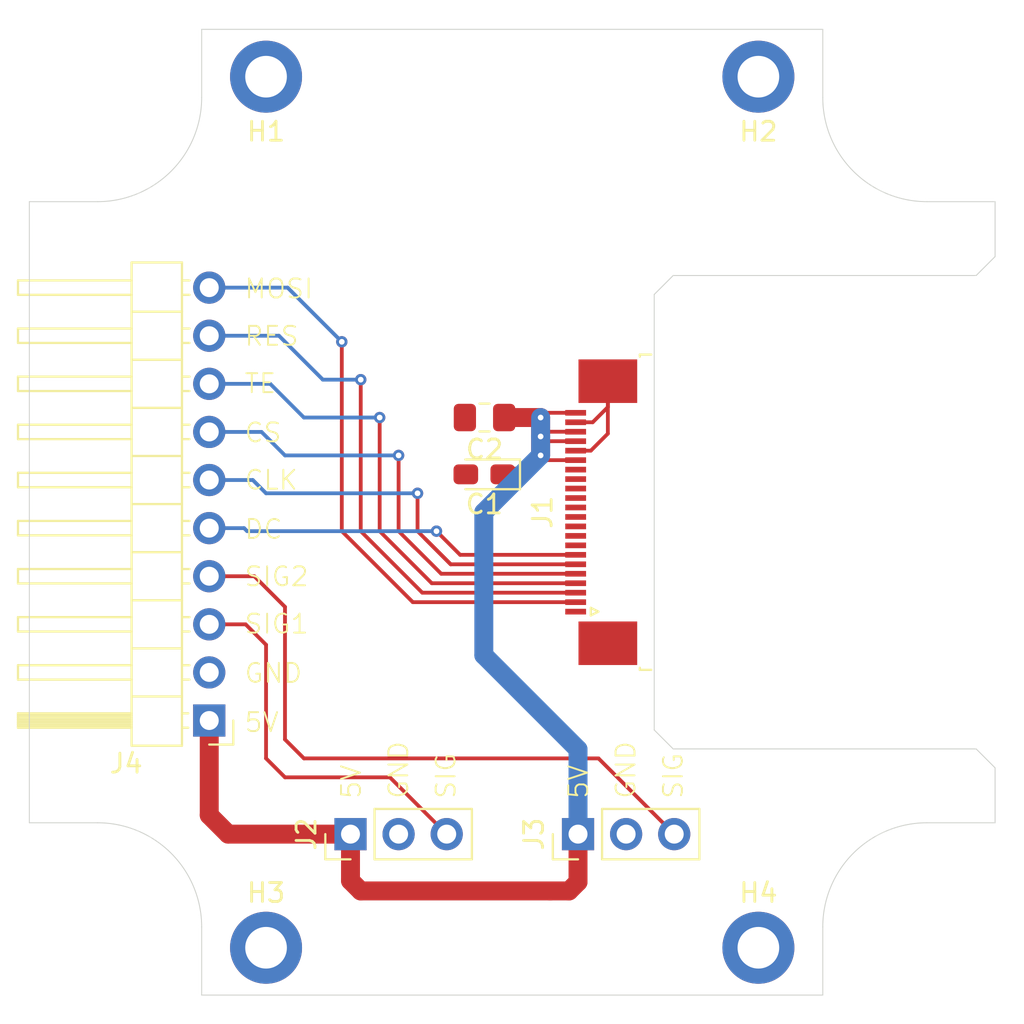
<source format=kicad_pcb>
(kicad_pcb (version 20240108) (generator "pcbnew") (generator_version "8.0")
  (layers (0 "F.Cu" signal) (31 "B.Cu" signal) (34 "B.Paste" user) (35 "F.Paste" user) (36 "B.SilkS" user "B.Silkscreen") (37 "F.SilkS" user "F.Silkscreen") (38 "B.Mask" user) (39 "F.Mask" user) (44 "Edge.Cuts" user))
  (net 0 "")
  (net 1 "GND")
  (net 2 "VCC")
  (net 3 "SIG1")
  (net 4 "SIG2")
  (net 5 "DC")
  (net 6 "CS")
  (net 7 "CLK")
  (net 8 "MOSI")
  (net 9 "TE")
  (net 10 "RES")
  (footprint "Connector_FFC-FPC:TE_2-1734839-2_1x22-1MP_P0.5mm_Horizontal" (layer "F.Cu") (at 129.7 125 90)
    (property "Reference" "J1" (at 0 -3.1 270) (layer "F.SilkS"))
    (property "Value" "LCD1")
    (fp_line (start -5.05 -0.55) (end -5.45 -0.55) (stroke (width 0.12)) (layer "F.SilkS"))
    (fp_line (start -5.45 -0.55) (end -5.25 -0.15) (stroke (width 0.12)) (layer "F.SilkS"))
    (fp_line (start -5.25 -0.15) (end -5.05 -0.55) (stroke (width 0.12)) (layer "F.SilkS"))
    (fp_line (start 8.325 2.04) (end 8.325 2.64) (stroke (width 0.12)) (layer "F.SilkS"))
    (fp_line (start 8.215 2.04) (end 8.325 2.04) (stroke (width 0.12)) (layer "F.SilkS"))
    (fp_line (start -8.215 2.04) (end -8.325 2.04) (stroke (width 0.12)) (layer "F.SilkS"))
    (fp_line (start -8.325 2.04) (end -8.325 2.64) (stroke (width 0.12)) (layer "F.SilkS"))
    (pad "1" smd rect (at -5.25 -1.35 90) (size 0.3 1.1) (layers "F.Cu" "F.Paste" "F.Mask") (net 1 "GND"))
    (pad "2" smd rect (at -4.75 -1.35 90) (size 0.3 1.1) (layers "F.Cu" "F.Paste" "F.Mask") (net 8 "MOSI"))
    (pad "3" smd rect (at -4.25 -1.35 90) (size 0.3 1.1) (layers "F.Cu" "F.Paste" "F.Mask") (net 10 "RES"))
    (pad "4" smd rect (at -3.75 -1.35 90) (size 0.3 1.1) (layers "F.Cu" "F.Paste" "F.Mask") (net 9 "TE"))
    (pad "5" smd rect (at -3.25 -1.35 90) (size 0.3 1.1) (layers "F.Cu" "F.Paste" "F.Mask") (net 6 "CS"))
    (pad "6" smd rect (at -2.75 -1.35 90) (size 0.3 1.1) (layers "F.Cu" "F.Paste" "F.Mask") (net 7 "CLK"))
    (pad "7" smd rect (at -2.25 -1.35 90) (size 0.3 1.1) (layers "F.Cu" "F.Paste" "F.Mask") (net 5 "DC"))
    (pad "8" smd rect (at -1.75 -1.35 90) (size 0.3 1.1) (layers "F.Cu" "F.Paste" "F.Mask") (net 1 "GND"))
    (pad "9" smd rect (at -1.25 -1.35 90) (size 0.3 1.1) (layers "F.Cu" "F.Paste" "F.Mask") (net 1 "GND"))
    (pad "10" smd rect (at -0.75 -1.35 90) (size 0.3 1.1) (layers "F.Cu" "F.Paste" "F.Mask") (net 1 "GND"))
    (pad "11" smd rect (at -0.25 -1.35 90) (size 0.3 1.1) (layers "F.Cu" "F.Paste" "F.Mask") (net 1 "GND"))
    (pad "12" smd rect (at 0.25 -1.35 90) (size 0.3 1.1) (layers "F.Cu" "F.Paste" "F.Mask") (net 1 "GND"))
    (pad "13" smd rect (at 0.75 -1.35 90) (size 0.3 1.1) (layers "F.Cu" "F.Paste" "F.Mask") (net 1 "GND"))
    (pad "14" smd rect (at 1.25 -1.35 90) (size 0.3 1.1) (layers "F.Cu" "F.Paste" "F.Mask") (net 1 "GND"))
    (pad "15" smd rect (at 1.75 -1.35 90) (size 0.3 1.1) (layers "F.Cu" "F.Paste" "F.Mask") (net 1 "GND"))
    (pad "16" smd rect (at 2.25 -1.35 90) (size 0.3 1.1) (layers "F.Cu" "F.Paste" "F.Mask") (net 1 "GND"))
    (pad "17" smd rect (at 2.75 -1.35 90) (size 0.3 1.1) (layers "F.Cu" "F.Paste" "F.Mask") (net 2 "VCC"))
    (pad "18" smd rect (at 3.25 -1.35 90) (size 0.3 1.1) (layers "F.Cu" "F.Paste" "F.Mask") (net 1 "GND"))
    (pad "19" smd rect (at 3.75 -1.35 90) (size 0.3 1.1) (layers "F.Cu" "F.Paste" "F.Mask") (net 2 "VCC"))
    (pad "20" smd rect (at 4.25 -1.35 90) (size 0.3 1.1) (layers "F.Cu" "F.Paste" "F.Mask") (net 2 "VCC"))
    (pad "21" smd rect (at 4.75 -1.35 90) (size 0.3 1.1) (layers "F.Cu" "F.Paste" "F.Mask") (net 1 "GND"))
    (pad "22" smd rect (at 5.25 -1.35 90) (size 0.3 1.1) (layers "F.Cu" "F.Paste" "F.Mask") (net 2 "VCC"))
    (pad "MP" smd rect (at -6.92 0.35 90) (size 2.3 3.1) (layers "F.Cu" "F.Paste" "F.Mask") (net 1 "GND"))
    (pad "MP" smd rect (at 6.92 0.35 90) (size 2.3 3.1) (layers "F.Cu" "F.Paste" "F.Mask") (net 1 "GND"))
  )
  (footprint "Capacitor_Tantalum_SMD:CP_EIA-2012-12_Kemet-R_Pad1.30x1.05mm_HandSolder" (layer "F.Cu") (at 123.525 123 180)
    (property "Reference" "C1" (at 0 -1.58 180) (layer "F.SilkS"))
    (property "Value" "1u")
    (fp_line (start 1 -0.785) (end -1.885 -0.785) (stroke (width 0.12)) (layer "F.SilkS"))
    (fp_line (start -1.885 0.785) (end 1 0.785) (stroke (width 0.12)) (layer "F.SilkS"))
    (fp_line (start -1.885 -0.785) (end -1.885 0.785) (stroke (width 0.12)) (layer "F.SilkS"))
    (pad "1" smd roundrect (at -0.975 0 180) (size 1.3 1.05) (layers "F.Cu" "F.Paste" "F.Mask") (roundrect_rratio 0.238095) (net 2 "VCC"))
    (pad "2" smd roundrect (at 0.975 0 180) (size 1.3 1.05) (layers "F.Cu" "F.Paste" "F.Mask") (roundrect_rratio 0.238095) (net 1 "GND"))
  )
  (footprint "MountingHole:MountingHole_2.2mm_M2_DIN965_Pad" (layer "F.Cu") (at 112 102 180)
    (property "Reference" "H1" (at 0 -2.9 180) (layer "F.SilkS"))
    (property "Value" "M2")
    (pad "1" thru_hole circle (at 0 0 180) (size 3.8 3.8) (drill 2.2) (layers "*.Cu" "*.Mask") (net 1 "GND"))
  )
  (footprint "MountingHole:MountingHole_2.2mm_M2_DIN965_Pad" (layer "F.Cu") (at 138 102 180)
    (property "Reference" "H2" (at 0 -2.9 180) (layer "F.SilkS"))
    (property "Value" "M2")
    (pad "1" thru_hole circle (at 0 0 180) (size 3.8 3.8) (drill 2.2) (layers "*.Cu" "*.Mask") (net 1 "GND"))
  )
  (footprint "Connector_PinHeader_2.54mm:PinHeader_1x03_P2.54mm_Vertical" (layer "F.Cu") (at 116.46 142 90)
    (property "Reference" "J2" (at 0 -2.33 270) (layer "F.SilkS"))
    (property "Value" "SERVO1")
    (fp_line (start -1.33 -1.33) (end 0 -1.33) (stroke (width 0.12)) (layer "F.SilkS"))
    (fp_line (start -1.33 0) (end -1.33 -1.33) (stroke (width 0.12)) (layer "F.SilkS"))
    (fp_line (start 1.33 1.27) (end 1.33 6.41) (stroke (width 0.12)) (layer "F.SilkS"))
    (fp_line (start -1.33 1.27) (end 1.33 1.27) (stroke (width 0.12)) (layer "F.SilkS"))
    (fp_line (start -1.33 1.27) (end -1.33 6.41) (stroke (width 0.12)) (layer "F.SilkS"))
    (fp_line (start -1.33 6.41) (end 1.33 6.41) (stroke (width 0.12)) (layer "F.SilkS"))
    (pad "1" thru_hole rect (at 0 0 90) (size 1.7 1.7) (drill 1) (layers "*.Cu" "*.Mask") (net 2 "VCC"))
    (pad "2" thru_hole oval (at 0 2.54 90) (size 1.7 1.7) (drill 1) (layers "*.Cu" "*.Mask") (net 1 "GND"))
    (pad "3" thru_hole oval (at 0 5.08 90) (size 1.7 1.7) (drill 1) (layers "*.Cu" "*.Mask") (net 3 "SIG1"))
  )
  (footprint "Connector_PinHeader_2.54mm:PinHeader_1x10_P2.54mm_Horizontal" (layer "F.Cu") (at 109 136 180)
    (property "Reference" "J4" (at 4.385 -2.27 180) (layer "F.SilkS"))
    (property "Value" "EXT")
    (fp_line (start 10.1 23.24) (end 4.1 23.24) (stroke (width 0.12)) (layer "F.SilkS"))
    (fp_line (start 10.1 22.48) (end 10.1 23.24) (stroke (width 0.12)) (layer "F.SilkS"))
    (fp_line (start 10.1 20.7) (end 4.1 20.7) (stroke (width 0.12)) (layer "F.SilkS"))
    (fp_line (start 10.1 19.94) (end 10.1 20.7) (stroke (width 0.12)) (layer "F.SilkS"))
    (fp_line (start 10.1 18.16) (end 4.1 18.16) (stroke (width 0.12)) (layer "F.SilkS"))
    (fp_line (start 10.1 17.4) (end 10.1 18.16) (stroke (width 0.12)) (layer "F.SilkS"))
    (fp_line (start 10.1 15.62) (end 4.1 15.62) (stroke (width 0.12)) (layer "F.SilkS"))
    (fp_line (start 10.1 14.86) (end 10.1 15.62) (stroke (width 0.12)) (layer "F.SilkS"))
    (fp_line (start 10.1 13.08) (end 4.1 13.08) (stroke (width 0.12)) (layer "F.SilkS"))
    (fp_line (start 10.1 12.32) (end 10.1 13.08) (stroke (width 0.12)) (layer "F.SilkS"))
    (fp_line (start 10.1 10.54) (end 4.1 10.54) (stroke (width 0.12)) (layer "F.SilkS"))
    (fp_line (start 10.1 9.78) (end 10.1 10.54) (stroke (width 0.12)) (layer "F.SilkS"))
    (fp_line (start 10.1 8) (end 4.1 8) (stroke (width 0.12)) (layer "F.SilkS"))
    (fp_line (start 10.1 7.24) (end 10.1 8) (stroke (width 0.12)) (layer "F.SilkS"))
    (fp_line (start 10.1 5.46) (end 4.1 5.46) (stroke (width 0.12)) (layer "F.SilkS"))
    (fp_line (start 10.1 4.7) (end 10.1 5.46) (stroke (width 0.12)) (layer "F.SilkS"))
    (fp_line (start 10.1 2.92) (end 4.1 2.92) (stroke (width 0.12)) (layer "F.SilkS"))
    (fp_line (start 10.1 2.16) (end 10.1 2.92) (stroke (width 0.12)) (layer "F.SilkS"))
    (fp_line (start 10.1 0.38) (end 4.1 0.38) (stroke (width 0.12)) (layer "F.SilkS"))
    (fp_line (start 10.1 -0.38) (end 10.1 0.38) (stroke (width 0.12)) (layer "F.SilkS"))
    (fp_line (start 4.1 24.19) (end 4.1 -1.33) (stroke (width 0.12)) (layer "F.SilkS"))
    (fp_line (start 4.1 22.48) (end 10.1 22.48) (stroke (width 0.12)) (layer "F.SilkS"))
    (fp_line (start 4.1 19.94) (end 10.1 19.94) (stroke (width 0.12)) (layer "F.SilkS"))
    (fp_line (start 4.1 17.4) (end 10.1 17.4) (stroke (width 0.12)) (layer "F.SilkS"))
    (fp_line (start 4.1 14.86) (end 10.1 14.86) (stroke (width 0.12)) (layer "F.SilkS"))
    (fp_line (start 4.1 12.32) (end 10.1 12.32) (stroke (width 0.12)) (layer "F.SilkS"))
    (fp_line (start 4.1 9.78) (end 10.1 9.78) (stroke (width 0.12)) (layer "F.SilkS"))
    (fp_line (start 4.1 7.24) (end 10.1 7.24) (stroke (width 0.12)) (layer "F.SilkS"))
    (fp_line (start 4.1 4.7) (end 10.1 4.7) (stroke (width 0.12)) (layer "F.SilkS"))
    (fp_line (start 4.1 2.16) (end 10.1 2.16) (stroke (width 0.12)) (layer "F.SilkS"))
    (fp_line (start 4.1 0.28) (end 10.1 0.28) (stroke (width 0.12)) (layer "F.SilkS"))
    (fp_line (start 4.1 0.16) (end 10.1 0.16) (stroke (width 0.12)) (layer "F.SilkS"))
    (fp_line (start 4.1 0.04) (end 10.1 0.04) (stroke (width 0.12)) (layer "F.SilkS"))
    (fp_line (start 4.1 -0.08) (end 10.1 -0.08) (stroke (width 0.12)) (layer "F.SilkS"))
    (fp_line (start 4.1 -0.2) (end 10.1 -0.2) (stroke (width 0.12)) (layer "F.SilkS"))
    (fp_line (start 4.1 -0.32) (end 10.1 -0.32) (stroke (width 0.12)) (layer "F.SilkS"))
    (fp_line (start 4.1 -0.38) (end 10.1 -0.38) (stroke (width 0.12)) (layer "F.SilkS"))
    (fp_line (start 4.1 -1.33) (end 1.44 -1.33) (stroke (width 0.12)) (layer "F.SilkS"))
    (fp_line (start 1.44 24.19) (end 4.1 24.19) (stroke (width 0.12)) (layer "F.SilkS"))
    (fp_line (start 1.44 21.59) (end 4.1 21.59) (stroke (width 0.12)) (layer "F.SilkS"))
    (fp_line (start 1.44 19.05) (end 4.1 19.05) (stroke (width 0.12)) (layer "F.SilkS"))
    (fp_line (start 1.44 16.51) (end 4.1 16.51) (stroke (width 0.12)) (layer "F.SilkS"))
    (fp_line (start 1.44 13.97) (end 4.1 13.97) (stroke (width 0.12)) (layer "F.SilkS"))
    (fp_line (start 1.44 11.43) (end 4.1 11.43) (stroke (width 0.12)) (layer "F.SilkS"))
    (fp_line (start 1.44 8.89) (end 4.1 8.89) (stroke (width 0.12)) (layer "F.SilkS"))
    (fp_line (start 1.44 6.35) (end 4.1 6.35) (stroke (width 0.12)) (layer "F.SilkS"))
    (fp_line (start 1.44 3.81) (end 4.1 3.81) (stroke (width 0.12)) (layer "F.SilkS"))
    (fp_line (start 1.44 1.27) (end 4.1 1.27) (stroke (width 0.12)) (layer "F.SilkS"))
    (fp_line (start 1.44 -1.33) (end 1.44 24.19) (stroke (width 0.12)) (layer "F.SilkS"))
    (fp_line (start 1.11 0.38) (end 1.44 0.38) (stroke (width 0.12)) (layer "F.SilkS"))
    (fp_line (start 1.11 -0.38) (end 1.44 -0.38) (stroke (width 0.12)) (layer "F.SilkS"))
    (fp_line (start 1.042929 23.24) (end 1.44 23.24) (stroke (width 0.12)) (layer "F.SilkS"))
    (fp_line (start 1.042929 22.48) (end 1.44 22.48) (stroke (width 0.12)) (layer "F.SilkS"))
    (fp_line (start 1.042929 20.7) (end 1.44 20.7) (stroke (width 0.12)) (layer "F.SilkS"))
    (fp_line (start 1.042929 19.94) (end 1.44 19.94) (stroke (width 0.12)) (layer "F.SilkS"))
    (fp_line (start 1.042929 18.16) (end 1.44 18.16) (stroke (width 0.12)) (layer "F.SilkS"))
    (fp_line (start 1.042929 17.4) (end 1.44 17.4) (stroke (width 0.12)) (layer "F.SilkS"))
    (fp_line (start 1.042929 15.62) (end 1.44 15.62) (stroke (width 0.12)) (layer "F.SilkS"))
    (fp_line (start 1.042929 14.86) (end 1.44 14.86) (stroke (width 0.12)) (layer "F.SilkS"))
    (fp_line (start 1.042929 13.08) (end 1.44 13.08) (stroke (width 0.12)) (layer "F.SilkS"))
    (fp_line (start 1.042929 12.32) (end 1.44 12.32) (stroke (width 0.12)) (layer "F.SilkS"))
    (fp_line (start 1.042929 10.54) (end 1.44 10.54) (stroke (width 0.12)) (layer "F.SilkS"))
    (fp_line (start 1.042929 9.78) (end 1.44 9.78) (stroke (width 0.12)) (layer "F.SilkS"))
    (fp_line (start 1.042929 8) (end 1.44 8) (stroke (width 0.12)) (layer "F.SilkS"))
    (fp_line (start 1.042929 7.24) (end 1.44 7.24) (stroke (width 0.12)) (layer "F.SilkS"))
    (fp_line (start 1.042929 5.46) (end 1.44 5.46) (stroke (width 0.12)) (layer "F.SilkS"))
    (fp_line (start 1.042929 4.7) (end 1.44 4.7) (stroke (width 0.12)) (layer "F.SilkS"))
    (fp_line (start 1.042929 2.92) (end 1.44 2.92) (stroke (width 0.12)) (layer "F.SilkS"))
    (fp_line (start 1.042929 2.16) (end 1.44 2.16) (stroke (width 0.12)) (layer "F.SilkS"))
    (fp_line (start -1.27 0) (end -1.27 -1.27) (stroke (width 0.12)) (layer "F.SilkS"))
    (fp_line (start -1.27 -1.27) (end 0 -1.27) (stroke (width 0.12)) (layer "F.SilkS"))
    (pad "1" thru_hole rect (at 0 0 180) (size 1.7 1.7) (drill 1) (layers "*.Cu" "*.Mask") (net 2 "VCC"))
    (pad "2" thru_hole oval (at 0 2.54 180) (size 1.7 1.7) (drill 1) (layers "*.Cu" "*.Mask") (net 1 "GND"))
    (pad "3" thru_hole oval (at 0 5.08 180) (size 1.7 1.7) (drill 1) (layers "*.Cu" "*.Mask") (net 3 "SIG1"))
    (pad "4" thru_hole oval (at 0 7.62 180) (size 1.7 1.7) (drill 1) (layers "*.Cu" "*.Mask") (net 4 "SIG2"))
    (pad "5" thru_hole oval (at 0 10.16 180) (size 1.7 1.7) (drill 1) (layers "*.Cu" "*.Mask") (net 5 "DC"))
    (pad "6" thru_hole oval (at 0 12.7 180) (size 1.7 1.7) (drill 1) (layers "*.Cu" "*.Mask") (net 7 "CLK"))
    (pad "7" thru_hole oval (at 0 15.24 180) (size 1.7 1.7) (drill 1) (layers "*.Cu" "*.Mask") (net 6 "CS"))
    (pad "8" thru_hole oval (at 0 17.78 180) (size 1.7 1.7) (drill 1) (layers "*.Cu" "*.Mask") (net 9 "TE"))
    (pad "9" thru_hole oval (at 0 20.32 180) (size 1.7 1.7) (drill 1) (layers "*.Cu" "*.Mask") (net 10 "RES"))
    (pad "10" thru_hole oval (at 0 22.86 180) (size 1.7 1.7) (drill 1) (layers "*.Cu" "*.Mask") (net 8 "MOSI"))
  )
  (footprint "Connector_PinHeader_2.54mm:PinHeader_1x03_P2.54mm_Vertical" (layer "F.Cu") (at 128.475 142 90)
    (property "Reference" "J3" (at 0 -2.33 270) (layer "F.SilkS"))
    (property "Value" "SERVO2")
    (fp_line (start -1.33 -1.33) (end 0 -1.33) (stroke (width 0.12)) (layer "F.SilkS"))
    (fp_line (start -1.33 0) (end -1.33 -1.33) (stroke (width 0.12)) (layer "F.SilkS"))
    (fp_line (start 1.33 1.27) (end 1.33 6.41) (stroke (width 0.12)) (layer "F.SilkS"))
    (fp_line (start -1.33 1.27) (end 1.33 1.27) (stroke (width 0.12)) (layer "F.SilkS"))
    (fp_line (start -1.33 1.27) (end -1.33 6.41) (stroke (width 0.12)) (layer "F.SilkS"))
    (fp_line (start -1.33 6.41) (end 1.33 6.41) (stroke (width 0.12)) (layer "F.SilkS"))
    (pad "1" thru_hole rect (at 0 0 90) (size 1.7 1.7) (drill 1) (layers "*.Cu" "*.Mask") (net 2 "VCC"))
    (pad "2" thru_hole oval (at 0 2.54 90) (size 1.7 1.7) (drill 1) (layers "*.Cu" "*.Mask") (net 1 "GND"))
    (pad "3" thru_hole oval (at 0 5.08 90) (size 1.7 1.7) (drill 1) (layers "*.Cu" "*.Mask") (net 4 "SIG2"))
  )
  (footprint "MountingHole:MountingHole_2.2mm_M2_DIN965_Pad" (layer "F.Cu") (at 112 148)
    (property "Reference" "H3" (at 0 -2.9 0) (layer "F.SilkS"))
    (property "Value" "M2")
    (pad "1" thru_hole circle (at 0 0) (size 3.8 3.8) (drill 2.2) (layers "*.Cu" "*.Mask") (net 1 "GND"))
  )
  (footprint "Capacitor_SMD:C_0805_2012Metric_Pad1.18x1.45mm_HandSolder" (layer "F.Cu") (at 123.5375 120 180)
    (property "Reference" "C2" (at 0 -1.68 180) (layer "F.SilkS"))
    (property "Value" "100n")
    (fp_line (start -0.261252 0.735) (end 0.261252 0.735) (stroke (width 0.12)) (layer "F.SilkS"))
    (fp_line (start -0.261252 -0.735) (end 0.261252 -0.735) (stroke (width 0.12)) (layer "F.SilkS"))
    (pad "1" smd roundrect (at -1.0375 0 180) (size 1.175 1.45) (layers "F.Cu" "F.Paste" "F.Mask") (roundrect_rratio 0.212766) (net 2 "VCC"))
    (pad "2" smd roundrect (at 1.0375 0 180) (size 1.175 1.45) (layers "F.Cu" "F.Paste" "F.Mask") (roundrect_rratio 0.212766) (net 1 "GND"))
  )
  (footprint "MountingHole:MountingHole_2.2mm_M2_DIN965_Pad" (layer "F.Cu") (at 138 148)
    (property "Reference" "H4" (at 0 -2.9 0) (layer "F.SilkS"))
    (property "Value" "M2")
    (pad "1" thru_hole circle (at 0 0) (size 3.8 3.8) (drill 2.2) (layers "*.Cu" "*.Mask") (net 1 "GND"))
  )
  (gr_line (start 150.5 108.6) (end 150.5 111.5) (stroke (width 0.05)) (layer "Edge.Cuts"))
  (gr_line (start 99.5 141.4) (end 99.5 108.6) (stroke (width 0.05)) (layer "Edge.Cuts"))
  (gr_line (start 133.5 137.5) (end 132.5 136.5) (stroke (width 0.05)) (layer "Edge.Cuts"))
  (gr_line (start 108.6 99.5) (end 141.4 99.5) (stroke (width 0.05)) (layer "Edge.Cuts"))
  (gr_arc (start 108.6 103.1) (mid 106.989087 106.989087) (end 103.1 108.6) (stroke (width 0.05)) (layer "Edge.Cuts"))
  (gr_line (start 108.6 103.1) (end 108.6 99.5) (stroke (width 0.05)) (layer "Edge.Cuts"))
  (gr_line (start 108.6 150.5) (end 141.4 150.5) (stroke (width 0.05)) (layer "Edge.Cuts"))
  (gr_line (start 141.4 146.9) (end 141.4 150.5) (stroke (width 0.05)) (layer "Edge.Cuts"))
  (gr_line (start 146.9 108.6) (end 150.5 108.6) (stroke (width 0.05)) (layer "Edge.Cuts"))
  (gr_arc (start 141.4 146.9) (mid 143.010913 143.010913) (end 146.9 141.4) (stroke (width 0.05)) (layer "Edge.Cuts"))
  (gr_line (start 132.5 113.5) (end 133.5 112.5) (stroke (width 0.05)) (layer "Edge.Cuts"))
  (gr_line (start 146.9 141.4) (end 150.5 141.4) (stroke (width 0.05)) (layer "Edge.Cuts"))
  (gr_line (start 150.5 138.5) (end 149.5 137.5) (stroke (width 0.05)) (layer "Edge.Cuts"))
  (gr_line (start 99.5 108.6) (end 103.1 108.6) (stroke (width 0.05)) (layer "Edge.Cuts"))
  (gr_line (start 141.4 99.5) (end 141.4 103.1) (stroke (width 0.05)) (layer "Edge.Cuts"))
  (gr_line (start 150.5 111.5) (end 149.5 112.5) (stroke (width 0.05)) (layer "Edge.Cuts"))
  (gr_arc (start 103.1 141.4) (mid 106.989087 143.010913) (end 108.6 146.9) (stroke (width 0.05)) (layer "Edge.Cuts"))
  (gr_line (start 108.6 146.9) (end 108.6 150.5) (stroke (width 0.05)) (layer "Edge.Cuts"))
  (gr_line (start 133.5 112.5) (end 149.5 112.5) (stroke (width 0.05)) (layer "Edge.Cuts"))
  (gr_line (start 150.5 138.5) (end 150.5 141.4) (stroke (width 0.05)) (layer "Edge.Cuts"))
  (gr_line (start 103.1 141.4) (end 99.5 141.4) (stroke (width 0.05)) (layer "Edge.Cuts"))
  (gr_line (start 132.5 136.5) (end 132.5 113.5) (stroke (width 0.05)) (layer "Edge.Cuts"))
  (gr_arc (start 146.9 108.6) (mid 143.010913 106.989087) (end 141.4 103.1) (stroke (width 0.05)) (layer "Edge.Cuts"))
  (gr_line (start 149.5 137.5) (end 133.5 137.5) (stroke (width 0.05)) (layer "Edge.Cuts"))
  (gr_text "5V" (at 116.5 140.2 90) (layer "F.SilkS") (effects (font (size 1 1) (thickness 0.1)) (justify left)))
  (gr_text "SIG" (at 133.5 140.2 90) (layer "F.SilkS") (effects (font (size 1 1) (thickness 0.1)) (justify left)))
  (gr_text "RES" (at 110.8 115.7 0) (layer "F.SilkS") (effects (font (size 1 1) (thickness 0.1)) (justify left)))
  (gr_text "DC" (at 110.8 125.9 0) (layer "F.SilkS") (effects (font (size 1 1) (thickness 0.1)) (justify left)))
  (gr_text "5V" (at 128.5 140.2 90) (layer "F.SilkS") (effects (font (size 1 1) (thickness 0.1)) (justify left)))
  (gr_text "GND" (at 110.8 133.5 0) (layer "F.SilkS") (effects (font (size 1 1) (thickness 0.1)) (justify left)))
  (gr_text "SIG1" (at 110.8 130.9 0) (layer "F.SilkS") (effects (font (size 1 1) (thickness 0.1)) (justify left)))
  (gr_text "TE" (at 110.8 118.2 0) (layer "F.SilkS") (effects (font (size 1 1) (thickness 0.1)) (justify left)))
  (gr_text "MOSI" (at 110.8 113.2 0) (layer "F.SilkS") (effects (font (size 1 1) (thickness 0.1)) (justify left)))
  (gr_text "5V" (at 110.8 136.1 0) (layer "F.SilkS") (effects (font (size 1 1) (thickness 0.1)) (justify left)))
  (gr_text "CS" (at 110.8 120.8 0) (layer "F.SilkS") (effects (font (size 1 1) (thickness 0.1)) (justify left)))
  (gr_text "SIG2" (at 110.8 128.4 0) (layer "F.SilkS") (effects (font (size 1 1) (thickness 0.1)) (justify left)))
  (gr_text "CLK" (at 110.8 123.3 0) (layer "F.SilkS") (effects (font (size 1 1) (thickness 0.1)) (justify left)))
  (gr_text "GND" (at 131 140.2 90) (layer "F.SilkS") (effects (font (size 1 1) (thickness 0.1)) (justify left)))
  (gr_text "SIG" (at 121.5 140.2 90) (layer "F.SilkS") (effects (font (size 1 1) (thickness 0.1)) (justify left)))
  (gr_text "GND" (at 119 140.2 90) (layer "F.SilkS") (effects (font (size 1 1) (thickness 0.1)) (justify left)))
  (segment (start 130.05 120.85) (end 130.05 118.08) (width 0.2) (layer "F.Cu") (net 1))
  (segment (start 130.05 119.45) (end 130.05 118.08) (width 0.2) (layer "F.Cu") (net 1))
  (segment (start 129.15 121.75) (end 130.05 120.85) (width 0.2) (layer "F.Cu") (net 1))
  (segment (start 129.25 120.25) (end 130.05 119.45) (width 0.2) (layer "F.Cu") (net 1))
  (segment (start 128.35 121.75) (end 129.15 121.75) (width 0.2) (layer "F.Cu") (net 1))
  (segment (start 128.35 120.25) (end 129.25 120.25) (width 0.2) (layer "F.Cu") (net 1))
  (segment (start 128.35 119.75) (end 126.75 119.75) (width 0.2) (layer "F.Cu") (net 2))
  (segment (start 109 136) (end 109 141) (width 1) (layer "F.Cu") (net 2))
  (segment (start 116.46 142) (end 116.46 144.46) (width 1) (layer "F.Cu") (net 2))
  (segment (start 126.5 122) (end 125.5 123) (width 0.8) (layer "F.Cu") (net 2))
  (segment (start 125.5 123) (end 124.5 123) (width 0.8) (layer "F.Cu") (net 2))
  (segment (start 117 145) (end 127 145) (width 1) (layer "F.Cu") (net 2))
  (segment (start 126.5 120) (end 126.5 122) (width 1) (layer "F.Cu") (net 2))
  (segment (start 128.35 122.25) (end 126.75 122.25) (width 0.2) (layer "F.Cu") (net 2))
  (segment (start 128.475 142) (end 128.475 144.525) (width 1) (layer "F.Cu") (net 2))
  (segment (start 128.35 120.75) (end 126.75 120.75) (width 0.2) (layer "F.Cu") (net 2))
  (segment (start 126.75 122.25) (end 126.5 122) (width 0.2) (layer "F.Cu") (net 2))
  (segment (start 126.5 120) (end 124.575 120) (width 1) (layer "F.Cu") (net 2))
  (segment (start 109 141) (end 110 142) (width 1) (layer "F.Cu") (net 2))
  (segment (start 128 145) (end 127 145) (width 1) (layer "F.Cu") (net 2))
  (segment (start 126.75 120.75) (end 126.5 121) (width 0.2) (layer "F.Cu") (net 2))
  (segment (start 126.75 121.25) (end 126.5 121) (width 0.2) (layer "F.Cu") (net 2))
  (segment (start 110 142) (end 116.46 142) (width 1) (layer "F.Cu") (net 2))
  (segment (start 128.35 121.25) (end 126.75 121.25) (width 0.2) (layer "F.Cu") (net 2))
  (segment (start 128.475 144.525) (end 128 145) (width 1) (layer "F.Cu") (net 2))
  (segment (start 126.75 119.75) (end 126.5 120) (width 0.2) (layer "F.Cu") (net 2))
  (segment (start 116.46 144.46) (end 117 145) (width 1) (layer "F.Cu") (net 2))
  (via (at 126.5 121) (size 0.6) (drill 0.3) (layers "F.Cu" "B.Cu") (net 2))
  (via (at 126.5 122) (size 0.6) (drill 0.3) (layers "F.Cu" "B.Cu") (net 2))
  (via (at 126.5 120) (size 0.6) (drill 0.3) (layers "F.Cu" "B.Cu") (net 2))
  (segment (start 126.5 122) (end 126.5 121) (width 1) (layer "B.Cu") (net 2))
  (segment (start 126.5 121) (end 126.5 120) (width 1) (layer "B.Cu") (net 2))
  (segment (start 123.5 125) (end 126.5 122) (width 1) (layer "B.Cu") (net 2))
  (segment (start 128.475 137.525) (end 128.475 142) (width 1) (layer "B.Cu") (net 2))
  (segment (start 123.5 125) (end 123.5 132.55) (width 1) (layer "B.Cu") (net 2))
  (segment (start 123.5 132.55) (end 128.475 137.525) (width 1) (layer "B.Cu") (net 2))
  (segment (start 110.92 130.92) (end 112 132) (width 0.2) (layer "F.Cu") (net 3))
  (segment (start 118.54 139) (end 121.54 142) (width 0.2) (layer "F.Cu") (net 3))
  (segment (start 112 138) (end 113 139) (width 0.2) (layer "F.Cu") (net 3))
  (segment (start 109 130.92) (end 110.92 130.92) (width 0.2) (layer "F.Cu") (net 3))
  (segment (start 112 132) (end 112 138) (width 0.2) (layer "F.Cu") (net 3))
  (segment (start 113 139) (end 118.54 139) (width 0.2) (layer "F.Cu") (net 3))
  (segment (start 113 137) (end 114 138) (width 0.2) (layer "F.Cu") (net 4))
  (segment (start 111.38 128.38) (end 113 130) (width 0.2) (layer "F.Cu") (net 4))
  (segment (start 129.555 138) (end 133.555 142) (width 0.2) (layer "F.Cu") (net 4))
  (segment (start 114 138) (end 129.555 138) (width 0.2) (layer "F.Cu") (net 4))
  (segment (start 113 130) (end 113 137) (width 0.2) (layer "F.Cu") (net 4))
  (segment (start 109 128.38) (end 111.38 128.38) (width 0.2) (layer "F.Cu") (net 4))
  (segment (start 121 126) (end 122.25 127.25) (width 0.2) (layer "F.Cu") (net 5))
  (segment (start 128.35 127.25) (end 122.25 127.25) (width 0.2) (layer "F.Cu") (net 5))
  (via (at 121 126) (size 0.6) (drill 0.3) (layers "F.Cu" "B.Cu") (net 5))
  (segment (start 121 126) (end 111 126) (width 0.2) (layer "B.Cu") (net 5))
  (segment (start 110.84 125.84) (end 109 125.84) (width 0.2) (layer "B.Cu") (net 5))
  (segment (start 111 126) (end 110.84 125.84) (width 0.2) (layer "B.Cu") (net 5))
  (segment (start 119 122) (end 119 126) (width 0.2) (layer "F.Cu") (net 6))
  (segment (start 119 126) (end 121.25 128.25) (width 0.2) (layer "F.Cu") (net 6))
  (segment (start 128.35 128.25) (end 121.25 128.25) (width 0.2) (layer "F.Cu") (net 6))
  (via (at 119 122) (size 0.6) (drill 0.3) (layers "F.Cu" "B.Cu") (net 6))
  (segment (start 111.76 120.76) (end 109 120.76) (width 0.2) (layer "B.Cu") (net 6))
  (segment (start 119 122) (end 113 122) (width 0.2) (layer "B.Cu") (net 6))
  (segment (start 113 122) (end 111.76 120.76) (width 0.2) (layer "B.Cu") (net 6))
  (segment (start 121.75 127.75) (end 120.4 126.4) (width 0.2) (layer "F.Cu") (net 7))
  (segment (start 121.75 127.75) (end 120 126) (width 0.2) (layer "F.Cu") (net 7))
  (segment (start 121.75 127.75) (end 128.35 127.75) (width 0.2) (layer "F.Cu") (net 7))
  (segment (start 120 126) (end 120 124) (width 0.2) (layer "F.Cu") (net 7))
  (via (at 120 124) (size 0.6) (drill 0.3) (layers "F.Cu" "B.Cu") (net 7))
  (segment (start 120 124) (end 112 124) (width 0.2) (layer "B.Cu") (net 7))
  (segment (start 112 124) (end 111.3 123.3) (width 0.2) (layer "B.Cu") (net 7))
  (segment (start 111.3 123.3) (end 109 123.3) (width 0.2) (layer "B.Cu") (net 7))
  (segment (start 116 116) (end 116 126) (width 0.2) (layer "F.Cu") (net 8))
  (segment (start 119.75 129.75) (end 128.35 129.75) (width 0.2) (layer "F.Cu") (net 8))
  (segment (start 116 126) (end 119.75 129.75) (width 0.2) (layer "F.Cu") (net 8))
  (via (at 116 116) (size 0.6) (drill 0.3) (layers "F.Cu" "B.Cu") (net 8))
  (segment (start 116 116) (end 113.14 113.14) (width 0.2) (layer "B.Cu") (net 8))
  (segment (start 113.14 113.14) (end 109 113.14) (width 0.2) (layer "B.Cu") (net 8))
  (segment (start 120.75 128.75) (end 128.35 128.75) (width 0.2) (layer "F.Cu") (net 9))
  (segment (start 118 120) (end 118 126) (width 0.2) (layer "F.Cu") (net 9))
  (segment (start 118 126) (end 120.75 128.75) (width 0.2) (layer "F.Cu") (net 9))
  (via (at 118 120) (size 0.6) (drill 0.3) (layers "F.Cu" "B.Cu") (net 9))
  (segment (start 118 120) (end 114 120) (width 0.2) (layer "B.Cu") (net 9))
  (segment (start 114 120) (end 112.22 118.22) (width 0.2) (layer "B.Cu") (net 9))
  (segment (start 112.22 118.22) (end 109 118.22) (width 0.2) (layer "B.Cu") (net 9))
  (segment (start 117 118) (end 117 126) (width 0.2) (layer "F.Cu") (net 10))
  (segment (start 128.35 129.25) (end 120.25 129.25) (width 0.2) (layer "F.Cu") (net 10))
  (segment (start 117 126) (end 120.25 129.25) (width 0.2) (layer "F.Cu") (net 10))
  (via (at 117 118) (size 0.6) (drill 0.3) (layers "F.Cu" "B.Cu") (net 10))
  (segment (start 117 118) (end 115 118) (width 0.2) (layer "B.Cu") (net 10))
  (segment (start 115 118) (end 112.68 115.68) (width 0.2) (layer "B.Cu") (net 10))
  (segment (start 112.68 115.68) (end 109 115.68) (width 0.2) (layer "B.Cu") (net 10))
)
</source>
